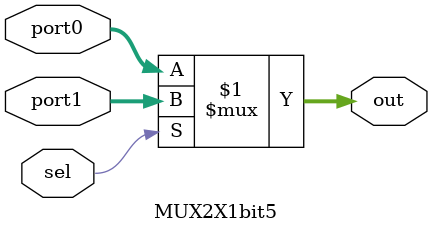
<source format=v>
`timescale 1ns / 1ps
module MUX2X1bit5(
    input [4:0] port0,
    input [4:0] port1,
    input sel,
    output [4:0] out
    );

assign out=sel?port1:port0;

endmodule

</source>
